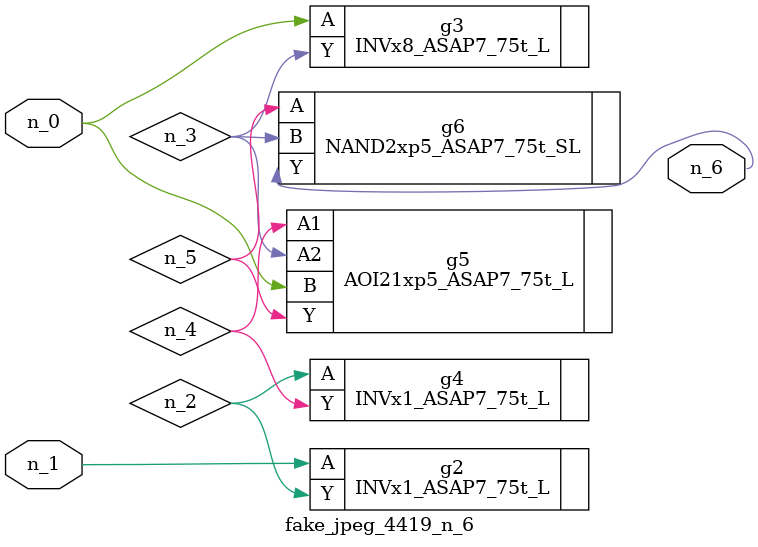
<source format=v>
module fake_jpeg_4419_n_6 (n_0, n_1, n_6);

input n_0;
input n_1;

output n_6;

wire n_3;
wire n_2;
wire n_4;
wire n_5;

INVx1_ASAP7_75t_L g2 ( 
.A(n_1),
.Y(n_2)
);

INVx8_ASAP7_75t_L g3 ( 
.A(n_0),
.Y(n_3)
);

INVx1_ASAP7_75t_L g4 ( 
.A(n_2),
.Y(n_4)
);

AOI21xp5_ASAP7_75t_L g5 ( 
.A1(n_4),
.A2(n_3),
.B(n_0),
.Y(n_5)
);

NAND2xp5_ASAP7_75t_SL g6 ( 
.A(n_5),
.B(n_3),
.Y(n_6)
);


endmodule
</source>
